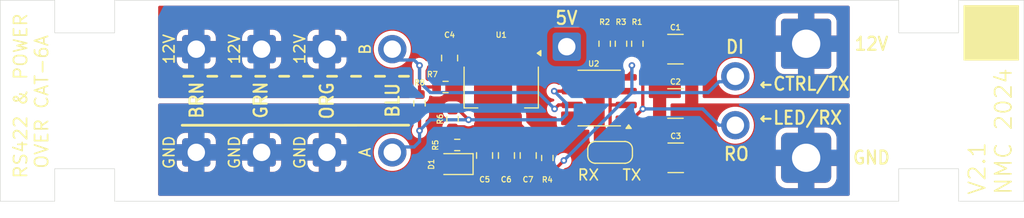
<source format=kicad_pcb>
(kicad_pcb (version 20240108) (generator "pcbnew") (generator_version "8.0")
  (layers (0 "F.Cu" signal) (31 "B.Cu" signal) (34 "B.Paste" user) (35 "F.Paste" user) (36 "B.SilkS" user "B.Silkscreen") (37 "F.SilkS" user "F.Silkscreen") (38 "B.Mask" user) (39 "F.Mask" user) (44 "Edge.Cuts" user))
  (net 0 "")
  (net 1 "+5V")
  (net 2 "GND")
  (net 3 "+12V")
  (net 4 "/B")
  (net 5 "/A")
  (net 6 "Net-(D1-A)")
  (net 7 "Net-(JP1-C)")
  (net 8 "/RO TO LEDs")
  (net 9 "/DI FROM CTRL")
  (footprint "Connector_Wire:SolderWire-0.5sqmm_1x01_D0.9mm_OD2.1mm" (layer "F.Cu") (at 97.517374 63.272835)
    (property "Reference" "J13" (hide yes))
    (property "Value" "+5V OUT")
    (pad "1" thru_hole roundrect (at 0 0) (size 2.6 2.6) (drill 1.6) (layers "*.Cu" "*.Mask") (roundrect_rratio 0.119048) (net 1 "+5V"))
  )
  (footprint "Resistor_SMD:R_0603_1608Metric" (layer "F.Cu") (at 84 68.493779 90)
    (property "Reference" "R8" (at 1.911373 0 0) (layer "F.SilkS") (effects (font (size 0.5 0.5) (thickness 0.1))))
    (property "Value" "120")
    (fp_line (start -0.237258 -0.5225) (end 0.237258 -0.5225) (stroke (width 0.12)) (layer "F.SilkS"))
    (fp_line (start -0.237258 0.5225) (end 0.237258 0.5225) (stroke (width 0.12)) (layer "F.SilkS"))
    (pad "1" smd roundrect (at -0.825 0 90) (size 0.8 0.95) (layers "F.Cu" "F.Paste" "F.Mask") (net 5 "/A"))
    (pad "2" smd roundrect (at 0.825 0 90) (size 0.8 0.95) (layers "F.Cu" "F.Paste" "F.Mask") (net 4 "/B"))
  )
  (footprint "Resistor_SMD:R_0603_1608Metric" (layer "F.Cu") (at 87.460359 72.31712 180)
    (property "Reference" "R5" (at 1.999901 -0.017177 90) (layer "F.SilkS") (effects (font (size 0.5 0.5) (thickness 0.1))))
    (property "Value" "1K")
    (fp_line (start -0.237258 0.5225) (end 0.237258 0.5225) (stroke (width 0.12)) (layer "F.SilkS"))
    (fp_line (start -0.237258 -0.5225) (end 0.237258 -0.5225) (stroke (width 0.12)) (layer "F.SilkS"))
    (pad "1" smd roundrect (at -0.825 0 180) (size 0.8 0.95) (layers "F.Cu" "F.Paste" "F.Mask") (net 1 "+5V"))
    (pad "2" smd roundrect (at 0.825 0 180) (size 0.8 0.95) (layers "F.Cu" "F.Paste" "F.Mask") (net 6 "Net-(D1-A)"))
  )
  (footprint "Connector_Wire:SolderWire-0.5sqmm_1x01_D0.9mm_OD2.1mm" (layer "F.Cu") (at 113 66)
    (property "Reference" "J11" (hide yes))
    (property "Value" "DI")
    (pad "1" thru_hole circle (at 0 0) (size 2.6 2.6) (drill 1.6) (layers "*.Cu" "*.Mask") (net 9 "/DI FROM CTRL"))
  )
  (footprint "LED_SMD:LED_0805_2012Metric" (layer "F.Cu") (at 87.231519 74.07751 180)
    (property "Reference" "D1" (at 2.151509 -0.020191 90) (layer "F.SilkS") (effects (font (size 0.5 0.5) (thickness 0.1))))
    (property "Value" "LED")
    (fp_line (start 1 -0.96) (end -1.685 -0.96) (stroke (width 0.12)) (layer "F.SilkS"))
    (fp_line (start -1.685 0.96) (end 1 0.96) (stroke (width 0.12)) (layer "F.SilkS"))
    (fp_line (start -1.685 -0.96) (end -1.685 0.96) (stroke (width 0.12)) (layer "F.SilkS"))
    (pad "1" smd roundrect (at -0.9375 0 180) (size 0.975 1.4) (layers "F.Cu" "F.Paste" "F.Mask") (net 2 "GND"))
    (pad "2" smd roundrect (at 0.9375 0 180) (size 0.975 1.4) (layers "F.Cu" "F.Paste" "F.Mask") (net 6 "Net-(D1-A)"))
  )
  (footprint "Jumper:SolderJumper-3_P1.3mm_Open_RoundedPad1.0x1.5mm_NumberLabels" (layer "F.Cu") (at 101.5 73)
    (property "Reference" "JP1" (hide yes))
    (property "Value" "SolderJumper")
    (fp_line (start -2.05 0.3) (end -2.05 -0.3) (stroke (width 0.12)) (layer "F.SilkS"))
    (fp_line (start -1.4 -1) (end 1.4 -1) (stroke (width 0.12)) (layer "F.SilkS"))
    (fp_line (start 1.4 1) (end -1.4 1) (stroke (width 0.12)) (layer "F.SilkS"))
    (fp_line (start 2.05 -0.3) (end 2.05 0.3) (stroke (width 0.12)) (layer "F.SilkS"))
    (fp_arc (start -2.05 -0.3) (mid -1.844975 -0.794975) (end -1.35 -1) (stroke (width 0.12)) (layer "F.SilkS"))
    (fp_arc (start -1.35 1) (mid -1.844975 0.794975) (end -2.05 0.3) (stroke (width 0.12)) (layer "F.SilkS"))
    (fp_arc (start 1.35 -1) (mid 1.844975 -0.794975) (end 2.05 -0.3) (stroke (width 0.12)) (layer "F.SilkS"))
    (fp_arc (start 2.05 0.3) (mid 1.844975 0.794975) (end 1.35 1) (stroke (width 0.12)) (layer "F.SilkS"))
    (fp_text user "TX" (at 2 2.079736 0) (layer "F.SilkS"))
    (fp_text user "RX" (at -2 2.079736 0) (layer "F.SilkS"))
    (pad "1" smd custom (at -1.3 0) (size 1 0.5) (layers "F.Cu" "F.Mask") (net 2 "GND") (options (clearance outline) (anchor rect)) (primitives (gr_circle (center 0 0.25) (end 0.5 0.25) (width 0) (fill yes)) (gr_circle (center 0 -0.25) (end 0.5 -0.25) (width 0) (fill yes)) (gr_poly (pts (xy 0.55 0.75) (xy 0 0.75) (xy 0 -0.75) (xy 0.55 -0.75)) (width 0) (fill yes))))
    (pad "2" smd rect (at 0 0) (size 1 1.5) (layers "F.Cu" "F.Mask") (net 7 "Net-(JP1-C)"))
    (pad "3" smd custom (at 1.3 0) (size 1 0.5) (layers "F.Cu" "F.Mask") (net 1 "+5V") (options (clearance outline) (anchor rect)) (primitives (gr_circle (center 0 0.25) (end 0.5 0.25) (width 0) (fill yes)) (gr_circle (center 0 -0.25) (end 0.5 -0.25) (width 0) (fill yes)) (gr_poly (pts (xy 0 0.75) (xy -0.55 0.75) (xy -0.55 -0.75) (xy 0 -0.75)) (width 0) (fill yes))))
  )
  (footprint "Connector_Wire:SolderWire-0.5sqmm_1x01_D0.9mm_OD2.1mm" (layer "F.Cu") (at 119.5 73.5)
    (property "Reference" "J12" (hide yes))
    (property "Value" "GND" (at 6 -0.014437 0) (layer "F.SilkS") (effects (font (size 1.2 1.1) (thickness 0.2) (bold yes))))
    (pad "1" thru_hole roundrect (at 0 0) (size 4.6 4.6) (drill 2.6) (layers "*.Cu" "*.Mask") (roundrect_rratio 0.119048) (net 2 "GND"))
  )
  (footprint "Connector_Wire:SolderWire-0.5sqmm_1x01_D0.9mm_OD2.1mm" (layer "F.Cu") (at 69.5 63.5)
    (property "Reference" "J3" (hide yes))
    (property "Value" "12V" (at -2.5 0 90) (layer "F.SilkS"))
    (pad "1" thru_hole roundrect (at 0 0) (size 2.6 2.6) (drill 1.6) (layers "*.Cu" "*.Mask") (roundrect_rratio 0.119048) (net 3 "+12V"))
  )
  (footprint "Resistor_SMD:R_0603_1608Metric" (layer "F.Cu") (at 102.5 63 -90)
    (property "Reference" "R3" (at -2 0 180) (layer "F.SilkS") (effects (font (size 0.5 0.5) (thickness 0.1))))
    (property "Value" "10K")
    (fp_line (start -0.237258 0.5225) (end 0.237258 0.5225) (stroke (width 0.12)) (layer "F.SilkS"))
    (fp_line (start -0.237258 -0.5225) (end 0.237258 -0.5225) (stroke (width 0.12)) (layer "F.SilkS"))
    (pad "1" smd roundrect (at -0.825 0 270) (size 0.8 0.95) (layers "F.Cu" "F.Paste" "F.Mask") (net 1 "+5V"))
    (pad "2" smd roundrect (at 0.825 0 270) (size 0.8 0.95) (layers "F.Cu" "F.Paste" "F.Mask") (net 7 "Net-(JP1-C)"))
  )
  (footprint "Connector_Wire:SolderWire-0.5sqmm_1x01_D0.9mm_OD2.1mm" (layer "F.Cu") (at 75.5 73)
    (property "Reference" "J7" (hide yes))
    (property "Value" "GND" (at -2.5 0 90) (layer "F.SilkS"))
    (pad "1" thru_hole roundrect (at 0 0) (size 2.6 2.6) (drill 1.6) (layers "*.Cu" "*.Mask") (roundrect_rratio 0.119048) (net 2 "GND"))
  )
  (footprint "Resistor_SMD:R_0603_1608Metric" (layer "F.Cu") (at 104 63 -90)
    (property "Reference" "R1" (at -1.99991 0.028068 0) (layer "F.SilkS") (effects (font (size 0.5 0.5) (thickness 0.1))))
    (property "Value" "10K")
    (fp_line (start -0.237258 0.5225) (end 0.237258 0.5225) (stroke (width 0.12)) (layer "F.SilkS"))
    (fp_line (start -0.237258 -0.5225) (end 0.237258 -0.5225) (stroke (width 0.12)) (layer "F.SilkS"))
    (pad "1" smd roundrect (at -0.825 0 270) (size 0.8 0.95) (layers "F.Cu" "F.Paste" "F.Mask") (net 1 "+5V"))
    (pad "2" smd roundrect (at 0.825 0 270) (size 0.8 0.95) (layers "F.Cu" "F.Paste" "F.Mask") (net 8 "/RO TO LEDs"))
  )
  (footprint "Resistor_SMD:R_0603_1608Metric" (layer "F.Cu") (at 86.391779 66.983386)
    (property "Reference" "R7" (at -1.204113 -1.165694 0) (layer "F.SilkS") (effects (font (size 0.5 0.5) (thickness 0.1))))
    (property "Value" "20K")
    (fp_line (start -0.237258 -0.5225) (end 0.237258 -0.5225) (stroke (width 0.12)) (layer "F.SilkS"))
    (fp_line (start -0.237258 0.5225) (end 0.237258 0.5225) (stroke (width 0.12)) (layer "F.SilkS"))
    (pad "1" smd roundrect (at -0.825 0) (size 0.8 0.95) (layers "F.Cu" "F.Paste" "F.Mask") (net 4 "/B"))
    (pad "2" smd roundrect (at 0.825 0) (size 0.8 0.95) (layers "F.Cu" "F.Paste" "F.Mask") (net 2 "GND"))
  )
  (footprint "Resistor_SMD:R_0603_1608Metric" (layer "F.Cu") (at 101 63 -90)
    (property "Reference" "R2" (at -2 0 0) (layer "F.SilkS") (effects (font (size 0.5 0.5) (thickness 0.1))))
    (property "Value" "10K")
    (fp_line (start -0.237258 0.5225) (end 0.237258 0.5225) (stroke (width 0.12)) (layer "F.SilkS"))
    (fp_line (start -0.237258 -0.5225) (end 0.237258 -0.5225) (stroke (width 0.12)) (layer "F.SilkS"))
    (pad "1" smd roundrect (at -0.825 0 270) (size 0.8 0.95) (layers "F.Cu" "F.Paste" "F.Mask") (net 1 "+5V"))
    (pad "2" smd roundrect (at 0.825 0 270) (size 0.8 0.95) (layers "F.Cu" "F.Paste" "F.Mask") (net 7 "Net-(JP1-C)"))
  )
  (footprint "Capacitor_SMD:C_0805_2012Metric" (layer "F.Cu") (at 91.980477 73.288108 -90)
    (property "Reference" "C6" (at 2.206456 0.020857 0) (layer "F.SilkS") (effects (font (size 0.5 0.5) (thickness 0.1))))
    (property "Value" "10uF")
    (fp_line (start -0.261252 0.735) (end 0.261252 0.735) (stroke (width 0.12)) (layer "F.SilkS"))
    (fp_line (start -0.261252 -0.735) (end 0.261252 -0.735) (stroke (width 0.12)) (layer "F.SilkS"))
    (pad "1" smd roundrect (at -0.95 0 270) (size 1 1.45) (layers "F.Cu" "F.Paste" "F.Mask") (net 1 "+5V"))
    (pad "2" smd roundrect (at 0.95 0 270) (size 1 1.45) (layers "F.Cu" "F.Paste" "F.Mask") (net 2 "GND"))
  )
  (footprint "Connector_Wire:SolderWire-0.5sqmm_1x01_D0.9mm_OD2.1mm" (layer "F.Cu") (at 81.5 63.5)
    (property "Reference" "J5" (hide yes))
    (property "Value" "B" (at -2.5 0 90) (layer "F.SilkS"))
    (pad "1" thru_hole circle (at 0 0) (size 2.6 2.6) (drill 1.6) (layers "*.Cu" "*.Mask") (net 4 "/B"))
  )
  (footprint "Connector_Wire:SolderWire-0.5sqmm_1x01_D0.9mm_OD2.1mm" (layer "F.Cu") (at 119.5 63)
    (property "Reference" "J9" (hide yes))
    (property "Value" "12V" (at 6 0.012063 0) (layer "F.SilkS") (effects (font (size 1.2 1.1) (thickness 0.2) (bold yes))))
    (pad "1" thru_hole roundrect (at 0 0) (size 4.6 4.6) (drill 2.6) (layers "*.Cu" "*.Mask") (roundrect_rratio 0.06944444444) (net 3 "+12V"))
  )
  (footprint "Package_SO:SOIC-8_3.9x4.9mm_P1.27mm" (layer "F.Cu") (at 100.5 68 180)
    (property "Reference" "U2" (at 0.502847 3.161571 0) (layer "F.SilkS") (effects (font (size 0.5 0.5) (thickness 0.1))))
    (property "Value" "MAX485E")
    (fp_line (start 0 2.56) (end 1.95 2.56) (stroke (width 0.12)) (layer "F.SilkS"))
    (fp_line (start 0 2.56) (end -1.95 2.56) (stroke (width 0.12)) (layer "F.SilkS"))
    (fp_line (start 0 -2.56) (end 1.95 -2.56) (stroke (width 0.12)) (layer "F.SilkS"))
    (fp_line (start 0 -2.56) (end -1.95 -2.56) (stroke (width 0.12)) (layer "F.SilkS"))
    (fp_poly (pts (xy -2.7 -2.465) (xy -2.94 -2.795) (xy -2.46 -2.795) (xy -2.7 -2.465)) (stroke (width 0.12)) (fill solid) (layer "F.SilkS"))
    (pad "1" smd roundrect (at -2.475 -1.905 180) (size 1.95 0.6) (layers "F.Cu" "F.Paste" "F.Mask") (net 8 "/RO TO LEDs"))
    (pad "2" smd roundrect (at -2.475 -0.635 180) (size 1.95 0.6) (layers "F.Cu" "F.Paste" "F.Mask") (net 7 "Net-(JP1-C)"))
    (pad "3" smd roundrect (at -2.475 0.635 180) (size 1.95 0.6) (layers "F.Cu" "F.Paste" "F.Mask") (net 7 "Net-(JP1-C)"))
    (pad "4" smd roundrect (at -2.475 1.905 180) (size 1.95 0.6) (layers "F.Cu" "F.Paste" "F.Mask") (net 9 "/DI FROM CTRL"))
    (pad "5" smd roundrect (at 2.475 1.905 180) (size 1.95 0.6) (layers "F.Cu" "F.Paste" "F.Mask") (net 2 "GND"))
    (pad "6" smd roundrect (at 2.475 0.635 180) (size 1.95 0.6) (layers "F.Cu" "F.Paste" "F.Mask") (net 5 "/A"))
    (pad "7" smd roundrect (at 2.475 -0.635 180) (size 1.95 0.6) (layers "F.Cu" "F.Paste" "F.Mask") (net 4 "/B"))
    (pad "8" smd roundrect (at 2.475 -1.905 180) (size 1.95 0.6) (layers "F.Cu" "F.Paste" "F.Mask") (net 1 "+5V"))
  )
  (footprint "Capacitor_SMD:C_0805_2012Metric" (layer "F.Cu") (at 89.970636 73.286359 -90)
    (property "Reference" "C5" (at 2.208205 -0.009841 0) (layer "F.SilkS") (effects (font (size 0.5 0.5) (thickness 0.1))))
    (property "Value" "22uF")
    (fp_line (start -0.261252 0.735) (end 0.261252 0.735) (stroke (width 0.12)) (layer "F.SilkS"))
    (fp_line (start -0.261252 -0.735) (end 0.261252 -0.735) (stroke (width 0.12)) (layer "F.SilkS"))
    (pad "1" smd roundrect (at -0.95 0 270) (size 1 1.45) (layers "F.Cu" "F.Paste" "F.Mask") (net 1 "+5V"))
    (pad "2" smd roundrect (at 0.95 0 270) (size 1 1.45) (layers "F.Cu" "F.Paste" "F.Mask") (net 2 "GND"))
  )
  (footprint "Capacitor_SMD:C_1210_3225Metric" (layer "F.Cu") (at 107.5 63.5)
    (property "Reference" "C1" (at 0 -2 0) (layer "F.SilkS") (effects (font (size 0.5 0.5) (thickness 0.1))))
    (property "Value" "EMK325ABJ107MM-T")
    (fp_line (start -0.711252 -1.36) (end 0.711252 -1.36) (stroke (width 0.12)) (layer "F.SilkS"))
    (fp_line (start -0.711252 1.36) (end 0.711252 1.36) (stroke (width 0.12)) (layer "F.SilkS"))
    (pad "1" smd roundrect (at -1.475 0) (size 1.15 2.7) (layers "F.Cu" "F.Paste" "F.Mask") (roundrect_rratio 0.217391) (net 3 "+12V"))
    (pad "2" smd roundrect (at 1.475 0) (size 1.15 2.7) (layers "F.Cu" "F.Paste" "F.Mask") (roundrect_rratio 0.217391) (net 2 "GND"))
  )
  (footprint "Capacitor_SMD:C_0805_2012Metric" (layer "F.Cu") (at 86.761249 64.316209 -90)
    (property "Reference" "C4" (at -2.123313 0.002847 0) (layer "F.SilkS") (effects (font (size 0.5 0.5) (thickness 0.1))))
    (property "Value" "10uF")
    (fp_line (start -0.261252 0.735) (end 0.261252 0.735) (stroke (width 0.12)) (layer "F.SilkS"))
    (fp_line (start -0.261252 -0.735) (end 0.261252 -0.735) (stroke (width 0.12)) (layer "F.SilkS"))
    (pad "1" smd roundrect (at -0.95 0 270) (size 1 1.45) (layers "F.Cu" "F.Paste" "F.Mask") (net 3 "+12V"))
    (pad "2" smd roundrect (at 0.95 0 270) (size 1 1.45) (layers "F.Cu" "F.Paste" "F.Mask") (net 2 "GND"))
  )
  (footprint "Connector_Wire:SolderWire-0.5sqmm_1x01_D0.9mm_OD2.1mm" (layer "F.Cu") (at 113 70.5)
    (property "Reference" "J10" (hide yes))
    (property "Value" "DO" (hide yes))
    (pad "1" thru_hole circle (at 0 0) (size 2.6 2.6) (drill 1.6) (layers "*.Cu" "*.Mask") (net 8 "/RO TO LEDs"))
  )
  (footprint "Connector_Wire:SolderWire-0.5sqmm_1x01_D0.9mm_OD2.1mm" (layer "F.Cu") (at 63.5 63.5)
    (property "Reference" "J2" (hide yes))
    (property "Value" "12V" (at -2.5 0 90) (layer "F.SilkS"))
    (pad "1" thru_hole roundrect (at 0 0) (size 2.6 2.6) (drill 1.6) (layers "*.Cu" "*.Mask") (roundrect_rratio 0.119048) (net 3 "+12V"))
  )
  (footprint "Connector_Wire:SolderWire-0.5sqmm_1x01_D0.9mm_OD2.1mm" (layer "F.Cu") (at 81.5 73)
    (property "Reference" "J4" (hide yes))
    (property "Value" "A" (at -2.5 0 90) (layer "F.SilkS"))
    (pad "1" thru_hole circle (at 0 0) (size 2.6 2.6) (drill 1.6) (layers "*.Cu" "*.Mask") (net 5 "/A"))
  )
  (footprint "Connector_Wire:SolderWire-0.5sqmm_1x01_D0.9mm_OD2.1mm" (layer "F.Cu") (at 69.5 73)
    (property "Reference" "J6" (hide yes))
    (property "Value" "GND" (at -2.5 0 90) (layer "F.SilkS"))
    (pad "1" thru_hole roundrect (at 0 0) (size 2.6 2.6) (drill 1.6) (layers "*.Cu" "*.Mask") (roundrect_rratio 0.119048) (net 2 "GND"))
  )
  (footprint "Resistor_SMD:R_0603_1608Metric" (layer "F.Cu") (at 87.030926 69.930266 90)
    (property "Reference" "R6" (at -0.009399 -1.14211 90) (layer "F.SilkS") (effects (font (size 0.5 0.5) (thickness 0.1))))
    (property "Value" "20K")
    (fp_line (start -0.237258 -0.5225) (end 0.237258 -0.5225) (stroke (width 0.12)) (layer "F.SilkS"))
    (fp_line (start -0.237258 0.5225) (end 0.237258 0.5225) (stroke (width 0.12)) (layer "F.SilkS"))
    (pad "1" smd roundrect (at -0.825 0 90) (size 0.8 0.95) (layers "F.Cu" "F.Paste" "F.Mask") (net 1 "+5V"))
    (pad "2" smd roundrect (at 0.825 0 90) (size 0.8 0.95) (layers "F.Cu" "F.Paste" "F.Mask") (net 5 "/A"))
  )
  (footprint "Connector_Wire:SolderWire-0.5sqmm_1x01_D0.9mm_OD2.1mm" (layer "F.Cu") (at 63.5 73)
    (property "Reference" "J8" (hide yes))
    (property "Value" "GND" (at -2.5 0 90) (layer "F.SilkS"))
    (pad "1" thru_hole roundrect (at 0 0) (size 2.6 2.6) (drill 1.6) (layers "*.Cu" "*.Mask") (roundrect_rratio 0.119048) (net 2 "GND"))
  )
  (footprint "Capacitor_SMD:C_1210_3225Metric" (layer "F.Cu") (at 107.525 73.5)
    (property "Reference" "C3" (at 0.002402 -2 0) (layer "F.SilkS") (effects (font (size 0.5 0.5) (thickness 0.1))))
    (property "Value" "EMK325ABJ107MM-T")
    (fp_line (start -0.711252 -1.36) (end 0.711252 -1.36) (stroke (width 0.12)) (layer "F.SilkS"))
    (fp_line (start -0.711252 1.36) (end 0.711252 1.36) (stroke (width 0.12)) (layer "F.SilkS"))
    (pad "1" smd roundrect (at -1.475 0) (size 1.15 2.7) (layers "F.Cu" "F.Paste" "F.Mask") (roundrect_rratio 0.217391) (net 3 "+12V"))
    (pad "2" smd roundrect (at 1.475 0) (size 1.15 2.7) (layers "F.Cu" "F.Paste" "F.Mask") (roundrect_rratio 0.217391) (net 2 "GND"))
  )
  (footprint "Connector_Wire:SolderWire-0.5sqmm_1x01_D0.9mm_OD2.1mm" (layer "F.Cu") (at 75.5 63.5)
    (property "Reference" "J1" (hide yes))
    (property "Value" "12V" (at -2.5 0 90) (layer "F.SilkS"))
    (pad "1" thru_hole roundrect (at 0 0) (size 2.6 2.6) (drill 1.6) (layers "*.Cu" "*.Mask") (roundrect_rratio 0.119048) (net 3 "+12V"))
  )
  (footprint "Package_TO_SOT_SMD:SOT-223-3_TabPin2" (layer "F.Cu") (at 91.5 67 -90)
    (property "Reference" "U1" (at -4.810895 -0.001985 0) (layer "F.SilkS") (effects (font (size 0.5 0.5) (thickness 0.1))))
    (property "Value" "AMS1117-5.0")
    (fp_line (start -1.85 3.41) (end 1.91 3.41) (stroke (width 0.12)) (layer "F.SilkS"))
    (fp_line (start 1.91 3.41) (end 1.91 2.15) (stroke (width 0.12)) (layer "F.SilkS"))
    (fp_line (start -1.85 -3.41) (end 1.91 -3.41) (stroke (width 0.12)) (layer "F.SilkS"))
    (fp_line (start 1.91 -3.41) (end 1.91 -2.15) (stroke (width 0.12)) (layer "F.SilkS"))
    (fp_poly (pts (xy -3.13 -3.31) (xy -3.37 -3.64) (xy -2.89 -3.64) (xy -3.13 -3.31)) (stroke (width 0.12)) (fill solid) (layer "F.SilkS"))
    (pad "1" smd roundrect (at -3.15 -2.3 270) (size 2 1.5) (layers "F.Cu" "F.Paste" "F.Mask") (net 2 "GND"))
    (pad "2" smd roundrect (at -3.15 0 270) (size 2 1.5) (layers "F.Cu" "F.Paste" "F.Mask") (net 1 "+5V"))
    (pad "2" smd roundrect (at 3.15 0 270) (size 2 3.8) (layers "F.Cu" "F.Paste" "F.Mask") (net 1 "+5V"))
    (pad "3" smd roundrect (at -3.15 2.3 270) (size 2 1.5) (layers "F.Cu" "F.Paste" "F.Mask") (net 3 "+12V"))
  )
  (footprint "Capacitor_SMD:C_0805_2012Metric" (layer "F.Cu") (at 93.980477 73.288108 -90)
    (property "Reference" "C7" (at 2.206456 0.015088 0) (layer "F.SilkS") (effects (font (size 0.5 0.5) (thickness 0.1))))
    (property "Value" "0.1uF")
    (fp_line (start -0.261252 0.735) (end 0.261252 0.735) (stroke (width 0.12)) (layer "F.SilkS"))
    (fp_line (start -0.261252 -0.735) (end 0.261252 -0.735) (stroke (width 0.12)) (layer "F.SilkS"))
    (pad "1" smd roundrect (at -0.95 0 270) (size 1 1.45) (layers "F.Cu" "F.Paste" "F.Mask") (net 1 "+5V"))
    (pad "2" smd roundrect (at 0.95 0 270) (size 1 1.45) (layers "F.Cu" "F.Paste" "F.Mask") (net 2 "GND"))
  )
  (footprint "Resistor_SMD:R_0603_1608Metric" (layer "F.Cu") (at 95.735733 73.51551 -90)
    (property "Reference" "R4" (at 2 0 0) (layer "F.SilkS") (effects (font (size 0.5 0.5) (thickness 0.1))))
    (property "Value" "10K")
    (fp_line (start -0.237258 0.5225) (end 0.237258 0.5225) (stroke (width 0.12)) (layer "F.SilkS"))
    (fp_line (start -0.237258 -0.5225) (end 0.237258 -0.5225) (stroke (width 0.12)) (layer "F.SilkS"))
    (pad "1" smd roundrect (at -0.825 0 270) (size 0.8 0.95) (layers "F.Cu" "F.Paste" "F.Mask") (net 1 "+5V"))
    (pad "2" smd roundrect (at 0.825 0 270) (size 0.8 0.95) (layers "F.Cu" "F.Paste" "F.Mask") (net 9 "/DI FROM CTRL"))
  )
  (footprint "Capacitor_SMD:C_1210_3225Metric" (layer "F.Cu") (at 107.5 68.5)
    (property "Reference" "C2" (at 0 -2 0) (layer "F.SilkS") (effects (font (size 0.5 0.5) (thickness 0.1))))
    (property "Value" "EMK325ABJ107MM-T")
    (fp_line (start -0.711252 -1.36) (end 0.711252 -1.36) (stroke (width 0.12)) (layer "F.SilkS"))
    (fp_line (start -0.711252 1.36) (end 0.711252 1.36) (stroke (width 0.12)) (layer "F.SilkS"))
    (pad "1" smd roundrect (at -1.475 0) (size 1.15 2.7) (layers "F.Cu" "F.Paste" "F.Mask") (roundrect_rratio 0.217391) (net 3 "+12V"))
    (pad "2" smd roundrect (at 1.475 0) (size 1.15 2.7) (layers "F.Cu" "F.Paste" "F.Mask") (roundrect_rratio 0.217391) (net 2 "GND"))
  )
  (gr_line (start 62.202645 70.503322) (end 83.001685 70.496678) (stroke (width 0.25)) (layer "F.SilkS"))
  (gr_rect (start 134 59.5) (end 139 64.5) (stroke (width 0.1)) (fill solid) (layer "F.SilkS"))
  (gr_poly (pts (xy 45.5 59) (xy 45.5 77.5) (xy 50.5 77.5) (xy 50.5 74.5) (xy 56 74.5) (xy 56 77.5) (xy 128 77.5) (xy 128 74.5) (xy 133.5 74.5) (xy 133.5 77.5) (xy 139.5 77.5) (xy 139.5 59) (xy 133.5 59) (xy 133.5 62) (xy 128 62) (xy 128 59) (xy 56 59) (xy 56 62) (xy 50.5 62) (xy 50.5 59)) (stroke (width 0.05)) (fill none) (layer "Edge.Cuts"))
  (gr_text "ORG" (at 76.191812 66.451902 90) (layer "F.SilkS") (effects (font (size 1.2 1.1) (thickness 0.2) (bold yes)) (justify right bottom)))
  (gr_text "5V" (at 97.491191 60.627919 0) (layer "F.SilkS") (effects (font (size 1.2 1.1) (thickness 0.2) (bold yes))))
  (gr_text "BRN" (at 64.235208 70 90) (layer "F.SilkS") (effects (font (size 1.2 1.1) (thickness 0.2) (bold yes)) (justify left bottom)))
  (gr_text "←LED/RX" (at 115 70.520275 0) (layer "F.SilkS") (effects (font (size 1.2 1.1) (thickness 0.2)) (justify left bottom)))
  (gr_text "BLU" (at 82.229567 69.906914 90) (layer "F.SilkS") (effects (font (size 1.2 1.1) (thickness 0.2) (bold yes)) (justify left bottom)))
  (gr_text "←CTRL/TX" (at 115 67.398624 0) (layer "F.SilkS") (effects (font (size 1.2 1.1) (thickness 0.2)) (justify left bottom)))
  (gr_text "RS422 & POWER\n OVER CAT-6A" (at 50 75.5 90) (layer "F.SilkS") (effects (font (size 1.2 1.2)) (justify left bottom)))
  (gr_text "V2.1\nNMC 2024" (at 138.5 77 90) (layer "F.SilkS") (effects (font (size 1.5 1.5)) (justify left bottom)))
  (gr_text "DI" (at 112.023828 64 0) (layer "F.SilkS") (effects (font (size 1.2 1.1) (thickness 0.2)) (justify left bottom)))
  (gr_text "RO" (at 111.837768 73.857128 0) (layer "F.SilkS") (effects (font (size 1.2 1.1) (thickness 0.2)) (justify left bottom)))
  (gr_text "GRN" (at 70.116302 70 90) (layer "F.SilkS") (effects (font (size 1.2 1.1) (thickness 0.2) (bold yes)) (justify left bottom)))
  (gr_text_box "- - - - - - - - - -" (start 61.174446 64.589887) (end 84.5 66) (layer "F.SilkS") (effects (font (size 1 1.1) (thickness 0.25) (bold yes)) (justify left top)) (border no))
  (segment (start 109 63.525) (end 108.975 63.5) (width 1) (layer "F.Cu") (net 2))
  (segment (start 109 73.5) (end 109 63.525) (width 1.2) (layer "F.Cu") (net 2))
  (segment (start 106.05 73.5) (end 106.05 63.525) (width 1.2) (layer "F.Cu") (net 3))
  (segment (start 106.05 63.525) (end 106.025 63.5) (width 1.2) (layer "F.Cu") (net 3))
  (segment (start 84.483386 66.983386) (end 84 66.5) (width 0.3) (layer "F.Cu") (net 4))
  (segment (start 84 66.5) (end 84 67.668779) (width 0.3) (layer "F.Cu") (net 4))
  (segment (start 96.4 69) (end 96.765 68.635) (width 0.3) (layer "F.Cu") (net 4))
  (segment (start 85.566779 66.983386) (end 84.483386 66.983386) (width 0.3) (layer "F.Cu") (net 4))
  (segment (start 96.765 68.635) (end 98.025 68.635) (width 0.3) (layer "F.Cu") (net 4))
  (segment (start 84 65) (end 84 66.5) (width 0.3) (layer "F.Cu") (net 4))
  (via (at 96.4 69) (size 0.6) (drill 0.3) (layers "F.Cu" "B.Cu") (net 4))
  (via (at 84 65) (size 0.6) (drill 0.3) (layers "F.Cu" "B.Cu") (net 4))
  (segment (start 84 66.5) (end 84 65) (width 0.3) (layer "B.Cu") (net 4))
  (segment (start 84 65) (end 83.5 64.5) (width 0.3) (layer "B.Cu") (net 4))
  (segment (start 83.5 64.5) (end 81.5 64.5) (width 0.3) (layer "B.Cu") (net 4))
  (segment (start 94.9 67.5) (end 85 67.5) (width 0.3) (layer "B.Cu") (net 4))
  (segment (start 85 67.5) (end 84 66.5) (width 0.3) (layer "B.Cu") (net 4))
  (segment (start 96.4 69) (end 94.9 67.5) (width 0.3) (layer "B.Cu") (net 4))
  (segment (start 87.605266 69.105266) (end 88.5 70) (width 0.3) (layer "F.Cu") (net 5))
  (segment (start 96.365 67.365) (end 98.025 67.365) (width 0.3) (layer "F.Cu") (net 5))
  (segment (start 84 71) (end 84 69.318779) (width 0.3) (layer "F.Cu") (net 5))
  (segment (start 87.030926 69.105266) (end 87.605266 69.105266) (width 0.3) (layer "F.Cu") (net 5))
  (via (at 96.365 67.365) (size 0.6) (drill 0.3) (layers "F.Cu" "B.Cu") (net 5))
  (via (at 84 71) (size 0.6) (drill 0.3) (layers "F.Cu" "B.Cu") (net 5))
  (via (at 88.5 70) (size 0.6) (drill 0.3) (layers "F.Cu" "B.Cu") (net 5))
  (segment (start 97.5 69.5) (end 97.5 68.5) (width 0.3) (layer "B.Cu") (net 5))
  (segment (start 88.5 70) (end 97 70) (width 0.3) (layer "B.Cu") (net 5))
  (segment (start 83.5 72.5) (end 81.5 72.5) (width 0.3) (layer "B.Cu") (net 5))
  (segment (start 97.5 68.5) (end 96.365 67.365) (width 0.3) (layer "B.Cu") (net 5))
  (segment (start 84 72) (end 83.5 72.5) (width 0.3) (layer "B.Cu") (net 5))
  (segment (start 97 70) (end 97.5 69.5) (width 0.3) (layer "B.Cu") (net 5))
  (segment (start 85 70) (end 84 71) (width 0.3) (layer "B.Cu") (net 5))
  (segment (start 88.5 70) (end 85 70) (width 0.3) (layer "B.Cu") (net 5))
  (segment (start 84 71) (end 84 72) (width 0.3) (layer "B.Cu") (net 5))
  (segment (start 86.436249 72.34326) (end 86.436249 74.204189) (width 0.3) (layer "F.Cu") (net 6))
  (segment (start 86.436249 72.34326) (end 86.436249 72.77296) (width 0.2) (layer "F.Cu") (net 6))
  (segment (start 86.436249 74.204189) (end 86.294132 74.346306) (width 0.3) (layer "F.Cu") (net 6))
  (segment (start 86.436249 72.77296) (end 86.421503 72.787706) (width 0.2) (layer "F.Cu") (net 6))
  (segment (start 101.25 64.75) (end 101 64.5) (width 0.3) (layer "F.Cu") (net 7))
  (segment (start 101.5 67.5) (end 101.635 67.365) (width 0.3) (layer "F.Cu") (net 7))
  (segment (start 104 74.5) (end 102 74.5) (width 0.3) (layer "F.Cu") (net 7))
  (segment (start 101.5 68.77) (end 101.635 68.635) (width 0.3) (layer "F.Cu") (net 7))
  (segment (start 102.25 64.75) (end 101.868742 64.75) (width 0.3) (layer "F.Cu") (net 7))
  (segment (start 101.5 68.77) (end 101.5 65.118742) (width 0.3) (layer "F.Cu") (net 7))
  (segment (start 101 64.5) (end 101 63.825) (width 0.3) (layer "F.Cu") (net 7))
  (segment (start 101.5 74) (end 101.5 73) (width 0.3) (layer "F.Cu") (net 7))
  (segment (start 102.5 64.5) (end 102.25 64.75) (width 0.3) (layer "F.Cu") (net 7))
  (segment (start 102.975 68.635) (end 101.635 68.635) (width 0.3) (layer "F.Cu") (net 7))
  (segment (start 104.5 74) (end 104 74.5) (width 0.3) (layer "F.Cu") (net 7))
  (segment (start 104 71) (end 104.5 71.5) (width 0.3) (layer "F.Cu") (net 7))
  (segment (start 102.5 63.825) (end 102.5 64.5) (width 0.3) (layer "F.Cu") (net 7))
  (segment (start 101.5 65.118742) (end 101.868742 64.75) (width 0.3) (layer "F.Cu") (net 7))
  (segment (start 101.5 68.77) (end 101.5 70.5) (width 0.3) (layer "F.Cu") (net 7))
  (segment (start 104.5 71.5) (end 104.5 74) (width 0.3) (layer "F.Cu") (net 7))
  (segment (start 101.5 70.5) (end 102 71) (width 0.3) (layer "F.Cu") (net 7))
  (segment (start 101.635 67.365) (end 102.975 67.365) (width 0.3) (layer "F.Cu") (net 7))
  (segment (start 101.868742 64.75) (end 101.25 64.75) (width 0.3) (layer "F.Cu") (net 7))
  (segment (start 102 74.5) (end 101.5 74) (width 0.3) (layer "F.Cu") (net 7))
  (segment (start 102 71) (end 104 71) (width 0.3) (layer "F.Cu") (net 7))
  (segment (start 103.595 69.905) (end 104.5 69) (width 0.3) (layer "F.Cu") (net 8))
  (segment (start 104.5 69) (end 104.5 64.325) (width 0.3) (layer "F.Cu") (net 8))
  (segment (start 104.5 64.325) (end 104 63.825) (width 0.3) (layer "F.Cu") (net 8))
  (segment (start 102.975 69.905) (end 103.595 69.905) (width 0.3) (layer "F.Cu") (net 8))
  (via (at 104.5 69) (size 0.6) (drill 0.3) (layers "F.Cu" "B.Cu") (net 8))
  (segment (start 110 69) (end 111.5 70.5) (width 0.3) (layer "B.Cu") (net 8))
  (segment (start 111.5 70.5) (end 113 70.5) (width 0.3) (layer "B.Cu") (net 8))
  (segment (start 104.5 69) (end 110 69) (width 0.3) (layer "B.Cu") (net 8))
  (segment (start 103.5 65) (end 103.5 65.57) (width 0.3) (layer "F.Cu") (net 9))
  (segment (start 103.5 65.57) (end 102.975 66.095) (width 0.3) (layer "F.Cu") (net 9))
  (segment (start 97.25 73.75) (end 96.65949 74.34051) (width 0.3) (layer "F.Cu") (net 9))
  (segment (start 96.65949 74.34051) (end 95.735733 74.34051) (width 0.3) (layer "F.Cu") (net 9))
  (via (at 103.5 65) (size 0.6) (drill 0.3) (layers "F.Cu" "B.Cu") (net 9))
  (via (at 97.25 73.75) (size 0.6) (drill 0.3) (layers "F.Cu" "B.Cu") (net 9))
  (segment (start 111.5 66.5) (end 110.5 67.5) (width 0.3) (layer "B.Cu") (net 9))
  (segment (start 113 66.5) (end 111.5 66.5) (width 0.3) (layer "B.Cu") (net 9))
  (segment (start 110.5 67.5) (end 103.5 67.5) (width 0.3) (layer "B.Cu") (net 9))
  (segment (start 103.5 67.5) (end 103.5 65) (width 0.3) (layer "B.Cu") (net 9))
  (segment (start 97.25 73.75) (end 103.5 67.5) (width 0.3) (layer "B.Cu") (net 9))
  (zone (net 1) (net_name "+5V") (layer "F.Cu") (priority 2) (connect_pads yes (clearance 0.3)) (min_thickness 0.25) (fill yes (thermal_gap 0.4) (thermal_bridge_width 0.5))
    (polygon (pts (xy 90 61.5) (xy 90.5 61.5) (xy 91 61.5) (xy 95.5 61.5) (xy 96 61.5) (xy 97.5 61.5) (xy 98 61.5) (xy 104.5 61.5) (xy 104.5 63) (xy 101.5 63) (xy 101 65) (xy 101 70.5) (xy 104.5 70.5) (xy 104.5 74) (xy 100 74) (xy 100 70.5) (xy 97 70.5) (xy 97 67) (xy 98.5 66.5) (xy 98.504038 65.297547) (xy 95.004038 65.297547) (xy 95 63.5) (xy 93 63.5) (xy 92.5 63.5) (xy 92.5 69.5) (xy 95 72) (xy 96 72.5) (xy 96 73) (xy 92 73) (xy 86.5 73) (xy 86.5 70.5) (xy 89 70.5) (xy 89 64.5) (xy 90 64.5)))
  )
  (zone (net 2) (net_name "GND") (layer "F.Cu") (priority 1) (connect_pads thru_hole_only (clearance 0.4)) (min_thickness 0.25) (fill yes (thermal_gap 0.5) (thermal_bridge_width 1.5))
    (polygon (pts (xy 60 76.993779) (xy 60 68.493779) (xy 84 68.493779) (xy 84.5 68.993779) (xy 84.5 64.993779) (xy 86 64.993779) (xy 88.5 64.993779) (xy 88 64.993779) (xy 88 67.993779) (xy 88 70.5) (xy 94.5 72.993779) (xy 93 70.993779) (xy 93 69.993779) (xy 92.5 69.493779) (xy 92.5 63.493779) (xy 99 63.493779) (xy 99 68.493779) (xy 106.5 68.493779) (xy 106.5 68.493779) (xy 106.5 68.493779) (xy 123.5 68.493779) (xy 123.5 76.993779)))
  )
  (zone (net 3) (net_name "+12V") (layer "F.Cu") (connect_pads thru_hole_only (clearance 0.4)) (min_thickness 0.25) (fill yes (thermal_gap 0.5) (thermal_bridge_width 1.5) (smoothing fillet))
    (polygon (pts (xy 60 59.5) (xy 123.5 59.5) (xy 123.5 68) (xy 105 68) (xy 105 67.5) (xy 105 64.5) (xy 91.5 64.5) (xy 90.5 64) (xy 90 64.5) (xy 85 64.5) (xy 85 68) (xy 84.5 68) (xy 60 68)))
  )
  (zone (net 2) (net_name "GND") (layer "B.Cu") (priority 4) (connect_pads thru_hole_only (clearance 0.5)) (min_thickness 0.25) (fill yes (thermal_gap 0.5) (thermal_bridge_width 1.5))
    (polygon (pts (xy 60 68.5) (xy 103 68.5) (xy 104.5 68.5) (xy 123.5 68.5) (xy 123.5 77) (xy 60 77)))
  )
  (zone (net 3) (net_name "+12V") (layer "B.Cu") (priority 3) (connect_pads thru_hole_only (clearance 0.5)) (min_thickness 0.25) (fill yes (thermal_gap 0.5) (thermal_bridge_width 1.5))
    (polygon (pts (xy 123.5 59.5) (xy 123.5 68) (xy 60 68) (xy 60 60.5) (xy 60.5 59.5)))
  )
)
</source>
